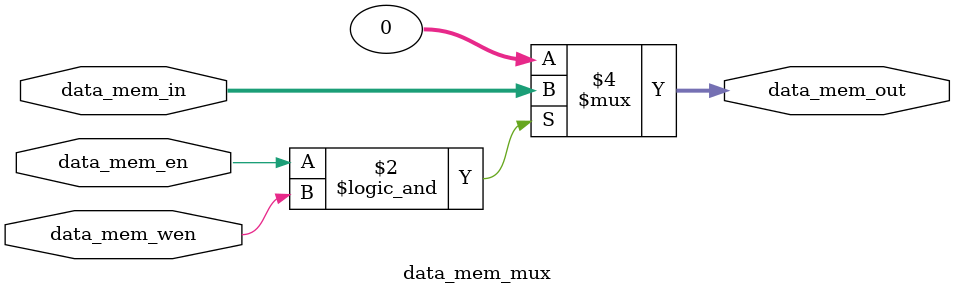
<source format=v>
module data_mem_mux (
    input wire data_mem_en,      // Êý¾Ý´æ´¢Æ÷Ê¹ÄÜÐÅºÅ
    input wire data_mem_wen,     // Êý¾Ý´æ´¢Æ÷Ð´Ê¹ÄÜÐÅºÅ
    input wire [31:0] data_mem_in, // Êý¾Ý´æ´¢Æ÷ÊäÈëÊý¾Ý
    output reg [31:0] data_mem_out // Êý¾Ý´æ´¢Æ÷Êä³öÊý¾Ý
);

always @(*) begin
    if (data_mem_en && data_mem_wen) begin
        data_mem_out = data_mem_in;  // Èç¹û data_mem_en ºÍ data_mem_wen ¶¼Îª 1£¬ÔòÊä³ö data_mem_in
    end else begin
        data_mem_out = 32'b0;        // ·ñÔòÊä³ö 0
    end
end

endmodule

</source>
